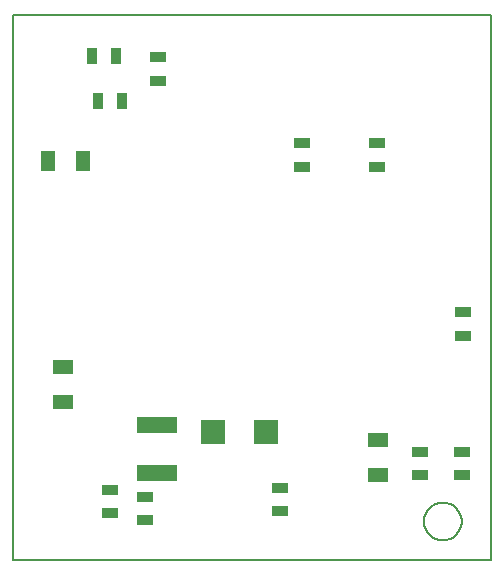
<source format=gbr>
G04 PROTEUS GERBER X2 FILE*
%TF.GenerationSoftware,Labcenter,Proteus,8.17-SP2-Build37159*%
%TF.CreationDate,2024-05-15T17:06:41+00:00*%
%TF.FileFunction,Paste,Top*%
%TF.FilePolarity,Positive*%
%TF.Part,Single*%
%TF.SameCoordinates,{8e856c1c-122a-437a-bfc2-24db689c5e76}*%
%FSLAX45Y45*%
%MOMM*%
G01*
%TA.AperFunction,Material*%
%ADD54R,1.803400X1.143000*%
%ADD55R,1.143000X1.803400*%
%ADD56R,1.447800X0.939800*%
%ADD57R,2.108200X2.108200*%
%ADD58R,3.403600X1.397000*%
%ADD59R,0.939800X1.447800*%
%TA.AperFunction,Profile*%
%ADD21C,0.150000*%
%TD.AperFunction*%
D54*
X-1590000Y-920000D03*
X-1590000Y-620000D03*
X+1080000Y-1240000D03*
X+1080000Y-1540000D03*
D55*
X-1715000Y+1122000D03*
X-1415000Y+1122000D03*
D56*
X+1791000Y-1339000D03*
X+1791000Y-1539000D03*
X-1187000Y-1861000D03*
X-1187000Y-1661000D03*
X+1436000Y-1339000D03*
X+1436000Y-1539000D03*
X+254000Y-1843000D03*
X+254000Y-1643000D03*
D57*
X+130000Y-1170000D03*
X-320000Y-1170000D03*
D58*
X-786000Y-1520000D03*
X-786000Y-1110000D03*
D56*
X+440000Y+1270000D03*
X+440000Y+1070000D03*
X+1070000Y+1271000D03*
X+1070000Y+1071000D03*
X+1800000Y-160000D03*
X+1800000Y-360000D03*
D59*
X-1290000Y+1630000D03*
X-1090000Y+1630000D03*
D56*
X-780000Y+1800000D03*
X-780000Y+2000000D03*
D59*
X-1140000Y+2010000D03*
X-1340000Y+2010000D03*
D56*
X-890000Y-1920000D03*
X-890000Y-1720000D03*
D21*
X-2010000Y-2260000D02*
X+2040000Y-2260000D01*
X+2040000Y+2360000D01*
X-2010000Y+2360000D01*
X-2010000Y-2260000D01*
X+1790312Y-1930000D02*
X+1789777Y-1916917D01*
X+1785433Y-1890749D01*
X+1776357Y-1864581D01*
X+1761574Y-1838413D01*
X+1738960Y-1812409D01*
X+1712792Y-1792721D01*
X+1686624Y-1780021D01*
X+1660456Y-1772608D01*
X+1634288Y-1769745D01*
X+1630000Y-1769688D01*
X+1469688Y-1930000D02*
X+1470223Y-1916917D01*
X+1474567Y-1890749D01*
X+1483643Y-1864581D01*
X+1498426Y-1838413D01*
X+1521040Y-1812409D01*
X+1547208Y-1792721D01*
X+1573376Y-1780021D01*
X+1599544Y-1772608D01*
X+1625712Y-1769745D01*
X+1630000Y-1769688D01*
X+1469688Y-1930000D02*
X+1470223Y-1943083D01*
X+1474567Y-1969251D01*
X+1483643Y-1995419D01*
X+1498426Y-2021587D01*
X+1521040Y-2047591D01*
X+1547208Y-2067279D01*
X+1573376Y-2079979D01*
X+1599544Y-2087392D01*
X+1625712Y-2090255D01*
X+1630000Y-2090312D01*
X+1790312Y-1930000D02*
X+1789777Y-1943083D01*
X+1785433Y-1969251D01*
X+1776357Y-1995419D01*
X+1761574Y-2021587D01*
X+1738960Y-2047591D01*
X+1712792Y-2067279D01*
X+1686624Y-2079979D01*
X+1660456Y-2087392D01*
X+1634288Y-2090255D01*
X+1630000Y-2090312D01*
M02*

</source>
